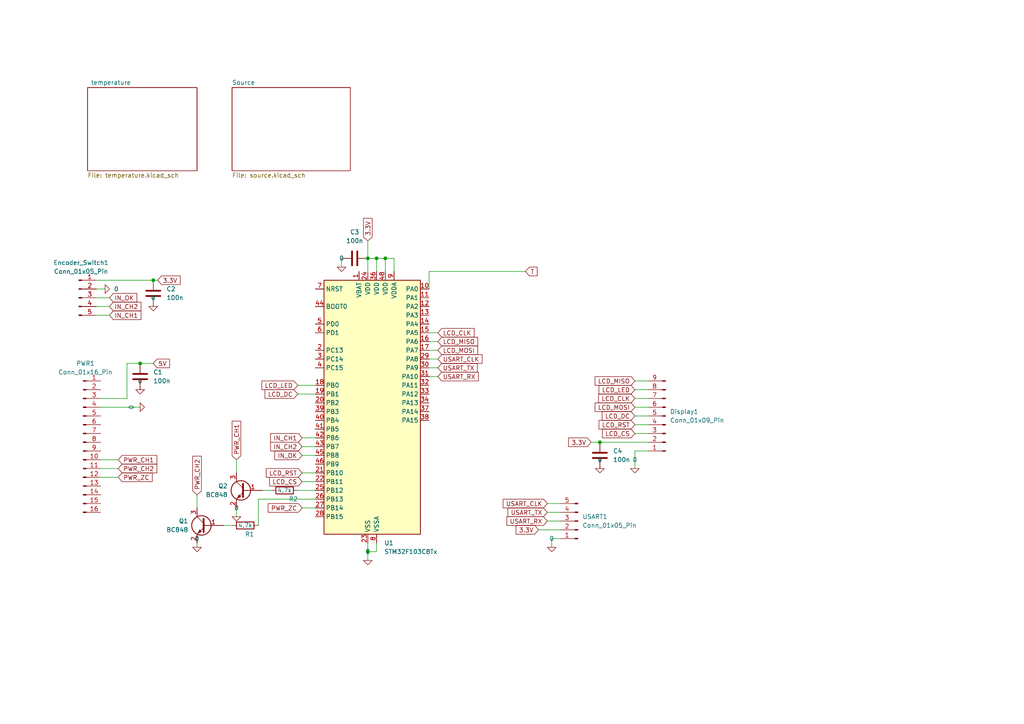
<source format=kicad_sch>
(kicad_sch (version 20230121) (generator eeschema)
  (paper "A4")
  (lib_symbols
    (symbol "Connector:Conn_01x05_Pin" (pin_names (offset 1.016) hide)
      (property "Reference" "J" (at 0 7.62 0))
      (property "Value" "Conn_01x05_Pin" (at 0 -7.62 0))
      (symbol "Conn_01x05_Pin_1_1"
        (polyline (pts (xy 1.27 -5.08) (xy 0.8636 -5.08)) (stroke (width 0.1524)))
        (polyline (pts (xy 1.27 -2.54) (xy 0.8636 -2.54)) (stroke (width 0.1524)))
        (polyline (pts (xy 1.27 0) (xy 0.8636 0)) (stroke (width 0.1524)))
        (polyline (pts (xy 1.27 2.54) (xy 0.8636 2.54)) (stroke (width 0.1524)))
        (polyline (pts (xy 1.27 5.08) (xy 0.8636 5.08)) (stroke (width 0.1524)))
        (rectangle (start 0.8636 -4.953) (end 0 -5.207) (stroke (width 0.1524)) (fill (type outline)))
        (rectangle (start 0.8636 -2.413) (end 0 -2.667) (stroke (width 0.1524)) (fill (type outline)))
        (rectangle (start 0.8636 0.127) (end 0 -0.127) (stroke (width 0.1524)) (fill (type outline)))
        (rectangle (start 0.8636 2.667) (end 0 2.413) (stroke (width 0.1524)) (fill (type outline)))
        (rectangle (start 0.8636 5.207) (end 0 4.953) (stroke (width 0.1524)) (fill (type outline)))
        (pin passive line (at 5.08 5.08 180) (length 3.81) (name "Pin_1") (number "1"))
        (pin passive line (at 5.08 2.54 180) (length 3.81) (name "Pin_2") (number "2"))
        (pin passive line (at 5.08 0 180) (length 3.81) (name "Pin_3") (number "3"))
        (pin passive line (at 5.08 -2.54 180) (length 3.81) (name "Pin_4") (number "4"))
        (pin passive line (at 5.08 -5.08 180) (length 3.81) (name "Pin_5") (number "5"))
      )
    )
    (symbol "Connector:Conn_01x09_Pin" (pin_names (offset 1.016) hide)
      (property "Reference" "J" (at 0 12.7 0))
      (property "Value" "Conn_01x09_Pin" (at 0 -12.7 0))
      (symbol "Conn_01x09_Pin_1_1"
        (polyline (pts (xy 1.27 -10.16) (xy 0.8636 -10.16)) (stroke (width 0.1524)))
        (polyline (pts (xy 1.27 -7.62) (xy 0.8636 -7.62)) (stroke (width 0.1524)))
        (polyline (pts (xy 1.27 -5.08) (xy 0.8636 -5.08)) (stroke (width 0.1524)))
        (polyline (pts (xy 1.27 -2.54) (xy 0.8636 -2.54)) (stroke (width 0.1524)))
        (polyline (pts (xy 1.27 0) (xy 0.8636 0)) (stroke (width 0.1524)))
        (polyline (pts (xy 1.27 2.54) (xy 0.8636 2.54)) (stroke (width 0.1524)))
        (polyline (pts (xy 1.27 5.08) (xy 0.8636 5.08)) (stroke (width 0.1524)))
        (polyline (pts (xy 1.27 7.62) (xy 0.8636 7.62)) (stroke (width 0.1524)))
        (polyline (pts (xy 1.27 10.16) (xy 0.8636 10.16)) (stroke (width 0.1524)))
        (rectangle (start 0.8636 -10.033) (end 0 -10.287) (stroke (width 0.1524)) (fill (type outline)))
        (rectangle (start 0.8636 -7.493) (end 0 -7.747) (stroke (width 0.1524)) (fill (type outline)))
        (rectangle (start 0.8636 -4.953) (end 0 -5.207) (stroke (width 0.1524)) (fill (type outline)))
        (rectangle (start 0.8636 -2.413) (end 0 -2.667) (stroke (width 0.1524)) (fill (type outline)))
        (rectangle (start 0.8636 0.127) (end 0 -0.127) (stroke (width 0.1524)) (fill (type outline)))
        (rectangle (start 0.8636 2.667) (end 0 2.413) (stroke (width 0.1524)) (fill (type outline)))
        (rectangle (start 0.8636 5.207) (end 0 4.953) (stroke (width 0.1524)) (fill (type outline)))
        (rectangle (start 0.8636 7.747) (end 0 7.493) (stroke (width 0.1524)) (fill (type outline)))
        (rectangle (start 0.8636 10.287) (end 0 10.033) (stroke (width 0.1524)) (fill (type outline)))
        (pin passive line (at 5.08 10.16 180) (length 3.81) (name "Pin_1") (number "1"))
        (pin passive line (at 5.08 7.62 180) (length 3.81) (name "Pin_2") (number "2"))
        (pin passive line (at 5.08 5.08 180) (length 3.81) (name "Pin_3") (number "3"))
        (pin passive line (at 5.08 2.54 180) (length 3.81) (name "Pin_4") (number "4"))
        (pin passive line (at 5.08 0 180) (length 3.81) (name "Pin_5") (number "5"))
        (pin passive line (at 5.08 -2.54 180) (length 3.81) (name "Pin_6") (number "6"))
        (pin passive line (at 5.08 -5.08 180) (length 3.81) (name "Pin_7") (number "7"))
        (pin passive line (at 5.08 -7.62 180) (length 3.81) (name "Pin_8") (number "8"))
        (pin passive line (at 5.08 -10.16 180) (length 3.81) (name "Pin_9") (number "9"))
      )
    )
    (symbol "Connector:Conn_01x16_Pin" (pin_names (offset 1.016) hide)
      (property "Reference" "J" (at 0 20.32 0))
      (property "Value" "Conn_01x16_Pin" (at 0 -22.86 0))
      (symbol "Conn_01x16_Pin_1_1"
        (polyline (pts (xy 1.27 -20.32) (xy 0.8636 -20.32)) (stroke (width 0.1524)))
        (polyline (pts (xy 1.27 -17.78) (xy 0.8636 -17.78)) (stroke (width 0.1524)))
        (polyline (pts (xy 1.27 -15.24) (xy 0.8636 -15.24)) (stroke (width 0.1524)))
        (polyline (pts (xy 1.27 -12.7) (xy 0.8636 -12.7)) (stroke (width 0.1524)))
        (polyline (pts (xy 1.27 -10.16) (xy 0.8636 -10.16)) (stroke (width 0.1524)))
        (polyline (pts (xy 1.27 -7.62) (xy 0.8636 -7.62)) (stroke (width 0.1524)))
        (polyline (pts (xy 1.27 -5.08) (xy 0.8636 -5.08)) (stroke (width 0.1524)))
        (polyline (pts (xy 1.27 -2.54) (xy 0.8636 -2.54)) (stroke (width 0.1524)))
        (polyline (pts (xy 1.27 0) (xy 0.8636 0)) (stroke (width 0.1524)))
        (polyline (pts (xy 1.27 2.54) (xy 0.8636 2.54)) (stroke (width 0.1524)))
        (polyline (pts (xy 1.27 5.08) (xy 0.8636 5.08)) (stroke (width 0.1524)))
        (polyline (pts (xy 1.27 7.62) (xy 0.8636 7.62)) (stroke (width 0.1524)))
        (polyline (pts (xy 1.27 10.16) (xy 0.8636 10.16)) (stroke (width 0.1524)))
        (polyline (pts (xy 1.27 12.7) (xy 0.8636 12.7)) (stroke (width 0.1524)))
        (polyline (pts (xy 1.27 15.24) (xy 0.8636 15.24)) (stroke (width 0.1524)))
        (polyline (pts (xy 1.27 17.78) (xy 0.8636 17.78)) (stroke (width 0.1524)))
        (rectangle (start 0.8636 -20.193) (end 0 -20.447) (stroke (width 0.1524)) (fill (type outline)))
        (rectangle (start 0.8636 -17.653) (end 0 -17.907) (stroke (width 0.1524)) (fill (type outline)))
        (rectangle (start 0.8636 -15.113) (end 0 -15.367) (stroke (width 0.1524)) (fill (type outline)))
        (rectangle (start 0.8636 -12.573) (end 0 -12.827) (stroke (width 0.1524)) (fill (type outline)))
        (rectangle (start 0.8636 -10.033) (end 0 -10.287) (stroke (width 0.1524)) (fill (type outline)))
        (rectangle (start 0.8636 -7.493) (end 0 -7.747) (stroke (width 0.1524)) (fill (type outline)))
        (rectangle (start 0.8636 -4.953) (end 0 -5.207) (stroke (width 0.1524)) (fill (type outline)))
        (rectangle (start 0.8636 -2.413) (end 0 -2.667) (stroke (width 0.1524)) (fill (type outline)))
        (rectangle (start 0.8636 0.127) (end 0 -0.127) (stroke (width 0.1524)) (fill (type outline)))
        (rectangle (start 0.8636 2.667) (end 0 2.413) (stroke (width 0.1524)) (fill (type outline)))
        (rectangle (start 0.8636 5.207) (end 0 4.953) (stroke (width 0.1524)) (fill (type outline)))
        (rectangle (start 0.8636 7.747) (end 0 7.493) (stroke (width 0.1524)) (fill (type outline)))
        (rectangle (start 0.8636 10.287) (end 0 10.033) (stroke (width 0.1524)) (fill (type outline)))
        (rectangle (start 0.8636 12.827) (end 0 12.573) (stroke (width 0.1524)) (fill (type outline)))
        (rectangle (start 0.8636 15.367) (end 0 15.113) (stroke (width 0.1524)) (fill (type outline)))
        (rectangle (start 0.8636 17.907) (end 0 17.653) (stroke (width 0.1524)) (fill (type outline)))
        (pin passive line (at 5.08 17.78 180) (length 3.81) (name "Pin_1") (number "1"))
        (pin passive line (at 5.08 -5.08 180) (length 3.81) (name "Pin_10") (number "10"))
        (pin passive line (at 5.08 -7.62 180) (length 3.81) (name "Pin_11") (number "11"))
        (pin passive line (at 5.08 -10.16 180) (length 3.81) (name "Pin_12") (number "12"))
        (pin passive line (at 5.08 -12.7 180) (length 3.81) (name "Pin_13") (number "13"))
        (pin passive line (at 5.08 -15.24 180) (length 3.81) (name "Pin_14") (number "14"))
        (pin passive line (at 5.08 -17.78 180) (length 3.81) (name "Pin_15") (number "15"))
        (pin passive line (at 5.08 -20.32 180) (length 3.81) (name "Pin_16") (number "16"))
        (pin passive line (at 5.08 15.24 180) (length 3.81) (name "Pin_2") (number "2"))
        (pin passive line (at 5.08 12.7 180) (length 3.81) (name "Pin_3") (number "3"))
        (pin passive line (at 5.08 10.16 180) (length 3.81) (name "Pin_4") (number "4"))
        (pin passive line (at 5.08 7.62 180) (length 3.81) (name "Pin_5") (number "5"))
        (pin passive line (at 5.08 5.08 180) (length 3.81) (name "Pin_6") (number "6"))
        (pin passive line (at 5.08 2.54 180) (length 3.81) (name "Pin_7") (number "7"))
        (pin passive line (at 5.08 0 180) (length 3.81) (name "Pin_8") (number "8"))
        (pin passive line (at 5.08 -2.54 180) (length 3.81) (name "Pin_9") (number "9"))
      )
    )
    (symbol "Device:C" (pin_numbers hide) (pin_names (offset 0.254))
      (property "Reference" "C" (at 0.635 2.54 0))
      (property "Value" "C" (at 0.635 -2.54 0))
      (symbol "C_0_1"
        (polyline (pts (xy -2.032 -0.762) (xy 2.032 -0.762)) (stroke (width 0.508)))
        (polyline (pts (xy -2.032 0.762) (xy 2.032 0.762)) (stroke (width 0.508)))
      )
      (symbol "C_1_1"
        (pin passive line (at 0 3.81 270) (length 2.794) (name "~") (number "1"))
        (pin passive line (at 0 -3.81 90) (length 2.794) (name "~") (number "2"))
      )
    )
    (symbol "Device:R" (pin_numbers hide) (pin_names (offset 0))
      (property "Reference" "R" (at 2.032 0 90))
      (property "Value" "R" (at 0 0 90))
      (symbol "R_0_1"
        (rectangle (start -1.016 -2.54) (end 1.016 2.54) (stroke (width 0.254)))
      )
      (symbol "R_1_1"
        (pin passive line (at 0 3.81 270) (length 1.27) (name "~") (number "1"))
        (pin passive line (at 0 -3.81 90) (length 1.27) (name "~") (number "2"))
      )
    )
    (symbol "MCU_ST_STM32F1:STM32F103C8Tx"
      (property "Reference" "U" (at -12.7 39.37 0))
      (property "Value" "STM32F103C8Tx" (at 10.16 39.37 0))
      (symbol "STM32F103C8Tx_0_1"
        (rectangle (start -12.7 -35.56) (end 15.24 38.1) (stroke (width 0.254)) (fill (type background)))
      )
      (symbol "STM32F103C8Tx_1_1"
        (pin power_in line (at -2.54 40.64 270) (length 2.54) (name "VBAT") (number "1"))
        (pin bidirectional line (at 17.78 35.56 180) (length 2.54) (name "PA0") (number "10"))
        (pin bidirectional line (at 17.78 33.02 180) (length 2.54) (name "PA1") (number "11"))
        (pin bidirectional line (at 17.78 30.48 180) (length 2.54) (name "PA2") (number "12"))
        (pin bidirectional line (at 17.78 27.94 180) (length 2.54) (name "PA3") (number "13"))
        (pin bidirectional line (at 17.78 25.4 180) (length 2.54) (name "PA4") (number "14"))
        (pin bidirectional line (at 17.78 22.86 180) (length 2.54) (name "PA5") (number "15"))
        (pin bidirectional line (at 17.78 20.32 180) (length 2.54) (name "PA6") (number "16"))
        (pin bidirectional line (at 17.78 17.78 180) (length 2.54) (name "PA7") (number "17"))
        (pin bidirectional line (at -15.24 7.62 0) (length 2.54) (name "PB0") (number "18"))
        (pin bidirectional line (at -15.24 5.08 0) (length 2.54) (name "PB1") (number "19"))
        (pin bidirectional line (at -15.24 17.78 0) (length 2.54) (name "PC13") (number "2"))
        (pin bidirectional line (at -15.24 2.54 0) (length 2.54) (name "PB2") (number "20"))
        (pin bidirectional line (at -15.24 -17.78 0) (length 2.54) (name "PB10") (number "21"))
        (pin bidirectional line (at -15.24 -20.32 0) (length 2.54) (name "PB11") (number "22"))
        (pin power_in line (at 0 -38.1 90) (length 2.54) (name "VSS") (number "23"))
        (pin power_in line (at 0 40.64 270) (length 2.54) (name "VDD") (number "24"))
        (pin bidirectional line (at -15.24 -22.86 0) (length 2.54) (name "PB12") (number "25"))
        (pin bidirectional line (at -15.24 -25.4 0) (length 2.54) (name "PB13") (number "26"))
        (pin bidirectional line (at -15.24 -27.94 0) (length 2.54) (name "PB14") (number "27"))
        (pin bidirectional line (at -15.24 -30.48 0) (length 2.54) (name "PB15") (number "28"))
        (pin bidirectional line (at 17.78 15.24 180) (length 2.54) (name "PA8") (number "29"))
        (pin bidirectional line (at -15.24 15.24 0) (length 2.54) (name "PC14") (number "3"))
        (pin bidirectional line (at 17.78 12.7 180) (length 2.54) (name "PA9") (number "30"))
        (pin bidirectional line (at 17.78 10.16 180) (length 2.54) (name "PA10") (number "31"))
        (pin bidirectional line (at 17.78 7.62 180) (length 2.54) (name "PA11") (number "32"))
        (pin bidirectional line (at 17.78 5.08 180) (length 2.54) (name "PA12") (number "33"))
        (pin bidirectional line (at 17.78 2.54 180) (length 2.54) (name "PA13") (number "34"))
        (pin passive line (at 0 -38.1 90) (length 2.54) hide (name "VSS") (number "35"))
        (pin power_in line (at 2.54 40.64 270) (length 2.54) (name "VDD") (number "36"))
        (pin bidirectional line (at 17.78 0 180) (length 2.54) (name "PA14") (number "37"))
        (pin bidirectional line (at 17.78 -2.54 180) (length 2.54) (name "PA15") (number "38"))
        (pin bidirectional line (at -15.24 0 0) (length 2.54) (name "PB3") (number "39"))
        (pin bidirectional line (at -15.24 12.7 0) (length 2.54) (name "PC15") (number "4"))
        (pin bidirectional line (at -15.24 -2.54 0) (length 2.54) (name "PB4") (number "40"))
        (pin bidirectional line (at -15.24 -5.08 0) (length 2.54) (name "PB5") (number "41"))
        (pin bidirectional line (at -15.24 -7.62 0) (length 2.54) (name "PB6") (number "42"))
        (pin bidirectional line (at -15.24 -10.16 0) (length 2.54) (name "PB7") (number "43"))
        (pin input line (at -15.24 30.48 0) (length 2.54) (name "BOOT0") (number "44"))
        (pin bidirectional line (at -15.24 -12.7 0) (length 2.54) (name "PB8") (number "45"))
        (pin bidirectional line (at -15.24 -15.24 0) (length 2.54) (name "PB9") (number "46"))
        (pin passive line (at 0 -38.1 90) (length 2.54) hide (name "VSS") (number "47"))
        (pin power_in line (at 5.08 40.64 270) (length 2.54) (name "VDD") (number "48"))
        (pin bidirectional line (at -15.24 25.4 0) (length 2.54) (name "PD0") (number "5"))
        (pin bidirectional line (at -15.24 22.86 0) (length 2.54) (name "PD1") (number "6"))
        (pin input line (at -15.24 35.56 0) (length 2.54) (name "NRST") (number "7"))
        (pin power_in line (at 2.54 -38.1 90) (length 2.54) (name "VSSA") (number "8"))
        (pin power_in line (at 7.62 40.64 270) (length 2.54) (name "VDDA") (number "9"))
      )
    )
    (symbol "Simulation_SPICE:0" (power) (pin_names (offset 0))
      (property "Value" "0" (at 0 -1.778 0))
      (symbol "0_0_1"
        (polyline (pts (xy -1.27 0) (xy 0 -1.27) (xy 1.27 0) (xy -1.27 0)))
      )
      (symbol "0_1_1"
        (pin power_in line (at 0 0 0) (length 0) hide (name "0") (number "1"))
      )
    )
    (symbol "Transistor_BJT:BC848" (pin_names (offset 0) hide)
      (property "Reference" "Q" (at 5.08 1.905 0))
      (property "Value" "BC848" (at 5.08 0 0))
      (symbol "BC848_0_1"
        (polyline (pts (xy 0.635 0.635) (xy 2.54 2.54)))
        (polyline (pts (xy 0.635 -0.635) (xy 2.54 -2.54) (xy 2.54 -2.54)))
        (polyline (pts (xy 0.635 1.905) (xy 0.635 -1.905) (xy 0.635 -1.905)) (stroke (width 0.508)))
        (polyline (pts (xy 1.27 -1.778) (xy 1.778 -1.27) (xy 2.286 -2.286) (xy 1.27 -1.778) (xy 1.27 -1.778)) (fill (type outline)))
        (circle (center 1.27 0) (radius 2.8194) (stroke (width 0.254)))
      )
      (symbol "BC848_1_1"
        (pin input line (at -5.08 0 0) (length 5.715) (name "B") (number "1"))
        (pin passive line (at 2.54 -5.08 90) (length 2.54) (name "E") (number "2"))
        (pin passive line (at 2.54 5.08 270) (length 2.54) (name "C") (number "3"))
      )
    )
  )
  (junction (at 44.45 81.28))
  (junction (at 40.64 105.41))
  (junction (at 109.22 74.93))
  (junction (at 106.68 160.02))
  (junction (at 111.76 74.93))
  (junction (at 106.68 74.93))
  (junction (at 173.99 128.27))
  (wire (pts (xy 124.46 109.22) (xy 127 109.22)))
  (wire (pts (xy 29.21 138.43) (xy 34.29 138.43)))
  (wire (pts (xy 184.15 120.65) (xy 187.96 120.65)))
  (wire (pts (xy 64.77 152.4) (xy 67.31 152.4)))
  (wire (pts (xy 87.63 132.08) (xy 91.44 132.08)))
  (wire (pts (xy 127 101.6) (xy 124.46 101.6)))
  (wire (pts (xy 152.4 78.74) (xy 124.46 78.74)))
  (wire (pts (xy 68.58 133.35) (xy 68.58 137.16)))
  (wire (pts (xy 36.83 105.41) (xy 40.64 105.41)))
  (wire (pts (xy 36.83 115.57) (xy 29.21 115.57)))
  (wire (pts (xy 187.96 125.73) (xy 184.15 125.73)))
  (wire (pts (xy 156.21 153.67) (xy 162.56 153.67)))
  (wire (pts (xy 86.36 111.76) (xy 91.44 111.76)))
  (wire (pts (xy 124.46 78.74) (xy 124.46 83.82)))
  (wire (pts (xy 44.45 81.28) (xy 45.72 81.28)))
  (wire (pts (xy 158.75 151.13) (xy 162.56 151.13)))
  (wire (pts (xy 91.44 127) (xy 87.63 127)))
  (wire (pts (xy 158.75 148.59) (xy 162.56 148.59)))
  (wire (pts (xy 57.15 157.48) (xy 57.15 158.75)))
  (wire (pts (xy 87.63 137.16) (xy 91.44 137.16)))
  (wire (pts (xy 57.15 143.51) (xy 57.15 147.32)))
  (wire (pts (xy 127 96.52) (xy 124.46 96.52)))
  (wire (pts (xy 76.2 142.24) (xy 78.74 142.24)))
  (wire (pts (xy 114.3 74.93) (xy 111.76 74.93)))
  (wire (pts (xy 187.96 123.19) (xy 184.15 123.19)))
  (wire (pts (xy 109.22 78.74) (xy 109.22 74.93)))
  (wire (pts (xy 40.64 105.41) (xy 44.45 105.41)))
  (wire (pts (xy 160.02 156.21) (xy 160.02 158.75)))
  (wire (pts (xy 99.06 74.93) (xy 99.06 77.47)))
  (wire (pts (xy 106.68 157.48) (xy 106.68 160.02)))
  (wire (pts (xy 109.22 74.93) (xy 106.68 74.93)))
  (wire (pts (xy 27.94 86.36) (xy 31.75 86.36)))
  (wire (pts (xy 27.94 91.44) (xy 31.75 91.44)))
  (wire (pts (xy 171.45 128.27) (xy 173.99 128.27)))
  (wire (pts (xy 109.22 157.48) (xy 109.22 160.02)))
  (wire (pts (xy 158.75 146.05) (xy 162.56 146.05)))
  (wire (pts (xy 184.15 113.03) (xy 187.96 113.03)))
  (wire (pts (xy 127 104.14) (xy 124.46 104.14)))
  (wire (pts (xy 187.96 115.57) (xy 184.15 115.57)))
  (wire (pts (xy 74.93 152.4) (xy 74.93 144.78)))
  (wire (pts (xy 87.63 147.32) (xy 91.44 147.32)))
  (wire (pts (xy 87.63 139.7) (xy 91.44 139.7)))
  (wire (pts (xy 173.99 128.27) (xy 187.96 128.27)))
  (wire (pts (xy 184.15 110.49) (xy 187.96 110.49)))
  (wire (pts (xy 162.56 156.21) (xy 160.02 156.21)))
  (wire (pts (xy 86.36 114.3) (xy 91.44 114.3)))
  (wire (pts (xy 111.76 74.93) (xy 109.22 74.93)))
  (wire (pts (xy 27.94 88.9) (xy 31.75 88.9)))
  (wire (pts (xy 29.21 118.11) (xy 40.64 118.11)))
  (wire (pts (xy 86.36 142.24) (xy 91.44 142.24)))
  (wire (pts (xy 29.21 133.35) (xy 34.29 133.35)))
  (wire (pts (xy 127 106.68) (xy 124.46 106.68)))
  (wire (pts (xy 36.83 115.57) (xy 36.83 105.41)))
  (wire (pts (xy 106.68 69.85) (xy 106.68 74.93)))
  (wire (pts (xy 109.22 160.02) (xy 106.68 160.02)))
  (wire (pts (xy 184.15 130.81) (xy 184.15 135.89)))
  (wire (pts (xy 29.21 135.89) (xy 34.29 135.89)))
  (wire (pts (xy 27.94 83.82) (xy 30.48 83.82)))
  (wire (pts (xy 184.15 130.81) (xy 187.96 130.81)))
  (wire (pts (xy 106.68 74.93) (xy 106.68 78.74)))
  (wire (pts (xy 27.94 81.28) (xy 44.45 81.28)))
  (wire (pts (xy 87.63 129.54) (xy 91.44 129.54)))
  (wire (pts (xy 74.93 144.78) (xy 91.44 144.78)))
  (wire (pts (xy 124.46 99.06) (xy 127 99.06)))
  (wire (pts (xy 106.68 160.02) (xy 106.68 162.56)))
  (wire (pts (xy 184.15 118.11) (xy 187.96 118.11)))
  (wire (pts (xy 114.3 78.74) (xy 114.3 74.93)))
  (wire (pts (xy 111.76 78.74) (xy 111.76 74.93)))
  (wire (pts (xy 68.58 147.32) (xy 68.58 149.86)))
  (global_label "5V" (shape input) (at 44.45 105.41 0) (property "Intersheetrefs" "${INTERSHEET_REFS}" (effects hide)))
  (global_label "IN_CH1" (shape input) (at 87.63 127 180) (property "Intersheetrefs" "${INTERSHEET_REFS}" (effects hide)))
  (global_label "LCD_DC" (shape input) (at 86.36 114.3 180) (property "Intersheetrefs" "${INTERSHEET_REFS}" (effects hide)))
  (global_label "PWR_ZC" (shape input) (at 87.63 147.32 180) (property "Intersheetrefs" "${INTERSHEET_REFS}" (effects hide)))
  (global_label "3.3V" (shape input) (at 171.45 128.27 180) (property "Intersheetrefs" "${INTERSHEET_REFS}" (effects hide)))
  (global_label "LCD_RST" (shape input) (at 184.15 123.19 180) (property "Intersheetrefs" "${INTERSHEET_REFS}" (effects hide)))
  (global_label "USART_RX" (shape input) (at 158.75 151.13 180) (property "Intersheetrefs" "${INTERSHEET_REFS}" (effects hide)))
  (global_label "IN_CH2" (shape input) (at 31.75 88.9 0) (property "Intersheetrefs" "${INTERSHEET_REFS}" (effects hide)))
  (global_label "LCD_MOSI" (shape input) (at 184.15 118.11 180) (property "Intersheetrefs" "${INTERSHEET_REFS}" (effects hide)))
  (global_label "3.3V" (shape input) (at 106.68 69.85 90) (property "Intersheetrefs" "${INTERSHEET_REFS}" (effects hide)))
  (global_label "LCD_LED" (shape input) (at 184.15 113.03 180) (property "Intersheetrefs" "${INTERSHEET_REFS}" (effects hide)))
  (global_label "IN_OK" (shape input) (at 87.63 132.08 180) (property "Intersheetrefs" "${INTERSHEET_REFS}" (effects hide)))
  (global_label "LCD_CS" (shape input) (at 87.63 139.7 180) (property "Intersheetrefs" "${INTERSHEET_REFS}" (effects hide)))
  (global_label "LCD_RST" (shape input) (at 87.63 137.16 180) (property "Intersheetrefs" "${INTERSHEET_REFS}" (effects hide)))
  (global_label "USART_CLK" (shape input) (at 127 104.14 0) (property "Intersheetrefs" "${INTERSHEET_REFS}" (effects hide)))
  (global_label "IN_CH2" (shape input) (at 87.63 129.54 180) (property "Intersheetrefs" "${INTERSHEET_REFS}" (effects hide)))
  (global_label "PWR_CH2" (shape input) (at 57.15 143.51 90) (property "Intersheetrefs" "${INTERSHEET_REFS}" (effects hide)))
  (global_label "PWR_ZC" (shape input) (at 34.29 138.43 0) (property "Intersheetrefs" "${INTERSHEET_REFS}" (effects hide)))
  (global_label "IN_CH1" (shape input) (at 31.75 91.44 0) (property "Intersheetrefs" "${INTERSHEET_REFS}" (effects hide)))
  (global_label "PWR_CH1" (shape input) (at 68.58 133.35 90) (property "Intersheetrefs" "${INTERSHEET_REFS}" (effects hide)))
  (global_label "LCD_MISO" (shape input) (at 127 99.06 0) (property "Intersheetrefs" "${INTERSHEET_REFS}" (effects hide)))
  (global_label "LCD_DC" (shape input) (at 184.15 120.65 180) (property "Intersheetrefs" "${INTERSHEET_REFS}" (effects hide)))
  (global_label "LCD_MOSI" (shape input) (at 127 101.6 0) (property "Intersheetrefs" "${INTERSHEET_REFS}" (effects hide)))
  (global_label "USART_TX" (shape input) (at 127 106.68 0) (property "Intersheetrefs" "${INTERSHEET_REFS}" (effects hide)))
  (global_label "LCD_MISO" (shape input) (at 184.15 110.49 180) (property "Intersheetrefs" "${INTERSHEET_REFS}" (effects hide)))
  (global_label "LCD_CLK" (shape input) (at 184.15 115.57 180) (property "Intersheetrefs" "${INTERSHEET_REFS}" (effects hide)))
  (global_label "LCD_CS" (shape input) (at 184.15 125.73 180) (property "Intersheetrefs" "${INTERSHEET_REFS}" (effects hide)))
  (global_label "USART_RX" (shape input) (at 127 109.22 0) (property "Intersheetrefs" "${INTERSHEET_REFS}" (effects hide)))
  (global_label "USART_CLK" (shape input) (at 158.75 146.05 180) (property "Intersheetrefs" "${INTERSHEET_REFS}" (effects hide)))
  (global_label "PWR_CH2" (shape input) (at 34.29 135.89 0) (property "Intersheetrefs" "${INTERSHEET_REFS}" (effects hide)))
  (global_label "USART_TX" (shape input) (at 158.75 148.59 180) (property "Intersheetrefs" "${INTERSHEET_REFS}" (effects hide)))
  (global_label "PWR_CH1" (shape input) (at 34.29 133.35 0) (property "Intersheetrefs" "${INTERSHEET_REFS}" (effects hide)))
  (global_label "LCD_CLK" (shape input) (at 127 96.52 0) (property "Intersheetrefs" "${INTERSHEET_REFS}" (effects hide)))
  (global_label "3.3V" (shape input) (at 156.21 153.67 180) (property "Intersheetrefs" "${INTERSHEET_REFS}" (effects hide)))
  (global_label "LCD_LED" (shape input) (at 86.36 111.76 180) (property "Intersheetrefs" "${INTERSHEET_REFS}" (effects hide)))
  (global_label "T" (shape input) (at 152.4 78.74 0) (property "Intersheetrefs" "${INTERSHEET_REFS}" (effects hide)))
  (global_label "3.3V" (shape input) (at 45.72 81.28 0) (property "Intersheetrefs" "${INTERSHEET_REFS}" (effects hide)))
  (global_label "IN_OK" (shape input) (at 31.75 86.36 0) (property "Intersheetrefs" "${INTERSHEET_REFS}" (effects hide)))
  (symbol (lib_id "Simulation_SPICE:0") (at 184.15 135.89 0) (unit 1)
    (property "Reference" "#GND011" (effects hide))
    (property "Value" "0" (at 184.15 133.35 0))
  )
  (symbol (lib_id "Simulation_SPICE:0") (at 173.99 135.89 0) (unit 1)
    (property "Reference" "#GND010" (effects hide))
    (property "Value" "0" (at 173.99 133.35 0))
  )
  (symbol (lib_id "Simulation_SPICE:0") (at 68.58 149.86 0) (unit 1)
    (property "Reference" "#GND06" (effects hide))
    (property "Value" "0" (at 68.58 147.32 0))
  )
  (symbol (lib_id "Connector:Conn_01x05_Pin") (at 22.86 86.36 0) (unit 1)
    (property "Reference" "Encoder_Switch1" (at 23.495 76.2 0))
    (property "Value" "Conn_01x05_Pin" (at 23.495 78.74 0))
    (property "Footprint" "Connector_PinHeader_2.54mm:PinHeader_1x05_P2.54mm_Vertical" (effects hide))
  )
  (symbol (lib_id "Device:C") (at 173.99 132.08 0) (unit 1)
    (property "Reference" "C4" (at 177.8 130.81 0) (effects (justify left)))
    (property "Value" "100n" (at 177.8 133.35 0) (effects (justify left)))
    (property "Footprint" "Capacitor_SMD:C_1210_3225Metric" (effects hide))
  )
  (symbol (lib_id "Simulation_SPICE:0") (at 99.06 77.47 0) (unit 1)
    (property "Reference" "#GND07" (effects hide))
    (property "Value" "0" (at 99.06 74.93 0))
  )
  (symbol (lib_id "Simulation_SPICE:0") (at 40.64 118.11 90) (mirror x) (unit 1)
    (property "Reference" "#GND03" (effects hide))
    (property "Value" "0" (at 38.1 118.11 0))
  )
  (symbol (lib_id "Device:C") (at 102.87 74.93 90) (unit 1)
    (property "Reference" "C3" (at 102.87 67.31 90))
    (property "Value" "100n" (at 102.87 69.85 90))
    (property "Footprint" "Capacitor_SMD:C_1210_3225Metric" (effects hide))
  )
  (symbol (lib_id "Device:R") (at 71.12 152.4 270) (unit 1)
    (property "Reference" "R1" (at 72.39 154.94 90))
    (property "Value" "4.7k" (at 71.12 152.4 90))
    (property "Footprint" "Resistor_SMD:R_0805_2012Metric" (effects hide))
  )
  (symbol (lib_id "Simulation_SPICE:0") (at 40.64 113.03 0) (mirror y) (unit 1)
    (property "Reference" "#GND02" (effects hide))
    (property "Value" "0" (at 40.64 110.49 0))
  )
  (symbol (lib_id "Transistor_BJT:BC848") (at 71.12 142.24 0) (mirror y) (unit 1)
    (property "Reference" "Q2" (at 66.04 140.97 0) (effects (justify left)))
    (property "Value" "BC848" (at 66.04 143.51 0) (effects (justify left)))
    (property "Footprint" "Package_TO_SOT_SMD:SOT-23" (effects hide))
    (property "Datasheet" "http://www.infineon.com/dgdl/Infineon-BC847SERIES_BC848SERIES_BC849SERIES_BC850SERIES-DS-v01_01-en.pdf?fileId=db3a304314dca389011541d4630a1657" (effects hide))
  )
  (symbol (lib_id "Connector:Conn_01x05_Pin") (at 167.64 151.13 180) (unit 1)
    (property "Reference" "USART1" (at 168.91 149.86 0) (effects (justify right)))
    (property "Value" "Conn_01x05_Pin" (at 168.91 152.4 0) (effects (justify right)))
    (property "Footprint" "Connector_PinHeader_2.54mm:PinHeader_1x05_P2.54mm_Vertical" (effects hide))
  )
  (symbol (lib_id "Device:R") (at 82.55 142.24 270) (unit 1)
    (property "Reference" "R2" (at 85.09 144.78 90))
    (property "Value" "4.7k" (at 82.55 142.24 90))
    (property "Footprint" "Resistor_SMD:R_0805_2012Metric" (effects hide))
  )
  (symbol (lib_id "Device:C") (at 40.64 109.22 0) (unit 1)
    (property "Reference" "C1" (at 44.45 107.95 0) (effects (justify left)))
    (property "Value" "100n" (at 44.45 110.49 0) (effects (justify left)))
    (property "Footprint" "Capacitor_SMD:C_1210_3225Metric" (effects hide))
  )
  (symbol (lib_id "Connector:Conn_01x09_Pin") (at 193.04 120.65 180) (unit 1)
    (property "Reference" "Display1" (at 194.31 119.38 0) (effects (justify right)))
    (property "Value" "Conn_01x09_Pin" (at 194.31 121.92 0) (effects (justify right)))
    (property "Footprint" "Connector_PinHeader_2.54mm:PinHeader_1x09_P2.54mm_Vertical" (effects hide))
  )
  (symbol (lib_id "Simulation_SPICE:0") (at 44.45 88.9 0) (unit 1)
    (property "Reference" "#GND04" (effects hide))
    (property "Value" "0" (at 44.45 86.36 0))
  )
  (symbol (lib_id "Simulation_SPICE:0") (at 30.48 83.82 90) (unit 1)
    (property "Reference" "#GND01" (effects hide))
    (property "Value" "0" (at 33.02 83.82 90) (effects (justify right)))
  )
  (symbol (lib_id "Transistor_BJT:BC848") (at 59.69 152.4 0) (mirror y) (unit 1)
    (property "Reference" "Q1" (at 54.61 151.13 0) (effects (justify left)))
    (property "Value" "BC848" (at 54.61 153.67 0) (effects (justify left)))
    (property "Footprint" "Package_TO_SOT_SMD:SOT-23" (effects hide))
    (property "Datasheet" "http://www.infineon.com/dgdl/Infineon-BC847SERIES_BC848SERIES_BC849SERIES_BC850SERIES-DS-v01_01-en.pdf?fileId=db3a304314dca389011541d4630a1657" (effects hide))
  )
  (symbol (lib_id "Device:C") (at 44.45 85.09 0) (unit 1)
    (property "Reference" "C2" (at 48.26 83.82 0) (effects (justify left)))
    (property "Value" "100n" (at 48.26 86.36 0) (effects (justify left)))
    (property "Footprint" "Capacitor_SMD:C_1210_3225Metric" (effects hide))
  )
  (symbol (lib_id "Simulation_SPICE:0") (at 57.15 158.75 0) (unit 1)
    (property "Reference" "#GND05" (effects hide))
    (property "Value" "0" (at 57.15 156.21 0))
  )
  (symbol (lib_id "Connector:Conn_01x16_Pin") (at 24.13 128.27 0) (unit 1)
    (property "Reference" "PWR1" (at 24.765 105.41 0))
    (property "Value" "Conn_01x16_Pin" (at 24.765 107.95 0))
    (property "Footprint" "Connector_PinHeader_2.54mm:PinHeader_1x16_P2.54mm_Horizontal" (effects hide))
  )
  (symbol (lib_id "MCU_ST_STM32F1:STM32F103C8Tx") (at 106.68 119.38 0) (unit 1)
    (property "Reference" "U1" (at 111.4141 157.48 0) (effects (justify left)))
    (property "Value" "STM32F103C8Tx" (at 111.4141 160.02 0) (effects (justify left)))
    (property "Footprint" "blue_pill:blue_pill" (effects hide))
    (property "Datasheet" "https://www.st.com/resource/en/datasheet/stm32f103c8.pdf" (effects hide))
  )
  (symbol (lib_id "Simulation_SPICE:0") (at 106.68 162.56 0) (unit 1)
    (property "Reference" "#GND08" (effects hide))
    (property "Value" "0" (at 106.68 160.02 0))
  )
  (symbol (lib_id "Simulation_SPICE:0") (at 160.02 158.75 0) (unit 1)
    (property "Reference" "#GND09" (effects hide))
    (property "Value" "0" (at 160.02 156.21 0))
  )
  (sheet (at 25.4 25.4) (size 31.75 24.13) (stroke (width 0.1524))
    (property "Sheetname" " temperature" (at 25.4 24.6884 0) (effects (justify left bottom)))
    (property "Sheetfile" "temperature.kicad_sch" (at 25.4 50.1146 0) (effects (justify left top)))
  )
  (sheet (at 67.31 25.4) (size 34.29 24.13) (stroke (width 0.1524))
    (property "Sheetname" "Source" (at 67.31 24.6884 0) (effects (justify left bottom)))
    (property "Sheetfile" "source.kicad_sch" (at 67.31 50.1146 0) (effects (justify left top)))
  )
)
</source>
